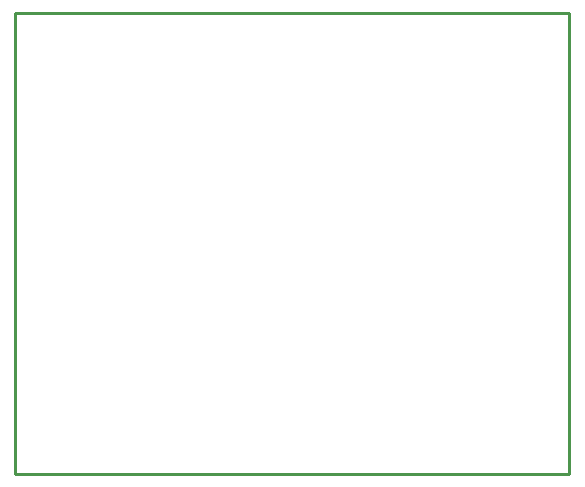
<source format=gko>
G04 Layer: BoardOutlineLayer*
G04 Panelize: , Column: 1, Row: 1, Board Size: 1.85inch x 1.54inch, Panelized Board Size: 1.85inch x 1.54inch*
G04 EasyEDA v6.5.48, 2025-03-06 20:58:06*
G04 bc0108e7a25f4f9495a06a5a4f8deb47,84066bfdb5964fb78f634a0d0c1972bb,10*
G04 Gerber Generator version 0.2*
G04 Scale: 100 percent, Rotated: No, Reflected: No *
G04 Dimensions in inches *
G04 leading zeros omitted , absolute positions ,3 integer and 6 decimal *
%FSLAX36Y36*%
%MOIN*%

%ADD10C,0.0100*%
D10*
X1846454Y0D02*
G01*
X1846454Y1535430D01*
X0Y1535430D02*
G01*
X1846453Y1535430D01*
X1846453Y0D01*
X0Y0D01*
X0Y1535430D01*

%LPD*%
M02*

</source>
